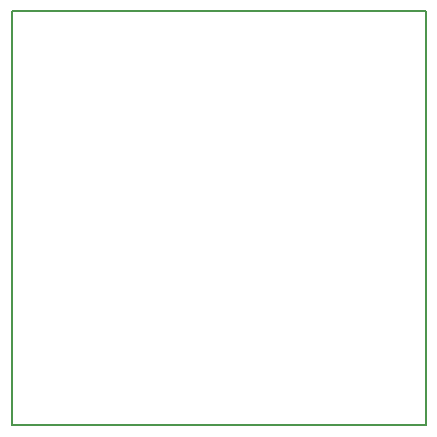
<source format=gm1>
G04 #@! TF.GenerationSoftware,KiCad,Pcbnew,(5.0.0-3-g5ebb6b6)*
G04 #@! TF.CreationDate,2018-11-09T10:28:32+01:00*
G04 #@! TF.ProjectId,WifiModem_IIC+,576966694D6F64656D5F4949432B2E6B,rev?*
G04 #@! TF.SameCoordinates,Original*
G04 #@! TF.FileFunction,Profile,NP*
%FSLAX46Y46*%
G04 Gerber Fmt 4.6, Leading zero omitted, Abs format (unit mm)*
G04 Created by KiCad (PCBNEW (5.0.0-3-g5ebb6b6)) date Friday, 09 November 2018 at 10:28:32*
%MOMM*%
%LPD*%
G01*
G04 APERTURE LIST*
%ADD10C,0.150000*%
%ADD11C,0.200000*%
G04 APERTURE END LIST*
D10*
X145034000Y-48514000D02*
X145034000Y-83566000D01*
X109982000Y-48514000D02*
X109982000Y-83566000D01*
D11*
X145034000Y-83566000D02*
X109982000Y-83566000D01*
X109982000Y-48514000D02*
X145034000Y-48514000D01*
M02*

</source>
